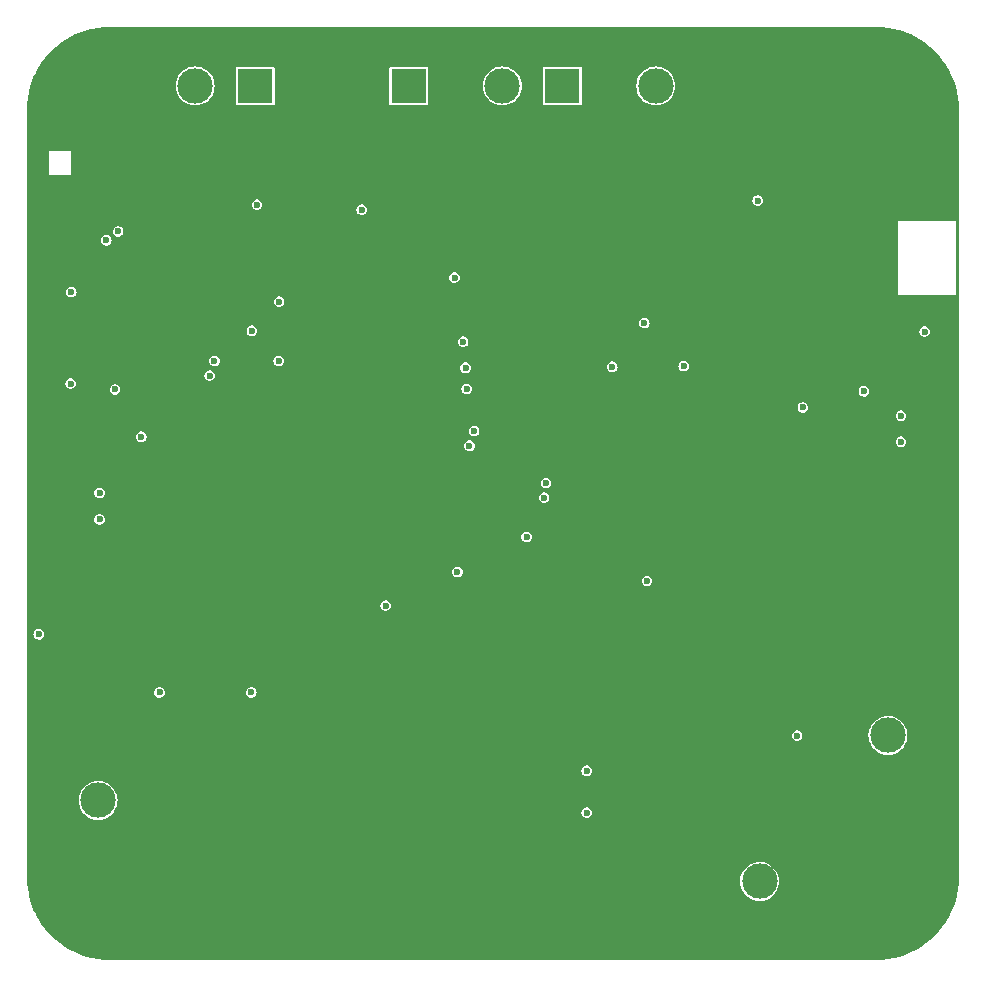
<source format=gbr>
%TF.GenerationSoftware,KiCad,Pcbnew,8.0.3*%
%TF.CreationDate,2025-02-14T19:05:39+05:30*%
%TF.ProjectId,Cyclohexane,4379636c-6f68-4657-9861-6e652e6b6963,rev?*%
%TF.SameCoordinates,Original*%
%TF.FileFunction,Copper,L2,Inr*%
%TF.FilePolarity,Positive*%
%FSLAX46Y46*%
G04 Gerber Fmt 4.6, Leading zero omitted, Abs format (unit mm)*
G04 Created by KiCad (PCBNEW 8.0.3) date 2025-02-14 19:05:39*
%MOMM*%
%LPD*%
G01*
G04 APERTURE LIST*
%TA.AperFunction,ComponentPad*%
%ADD10O,1.900000X1.050000*%
%TD*%
%TA.AperFunction,ComponentPad*%
%ADD11C,7.500000*%
%TD*%
%TA.AperFunction,ComponentPad*%
%ADD12R,3.000000X3.000000*%
%TD*%
%TA.AperFunction,ComponentPad*%
%ADD13C,3.000000*%
%TD*%
%TA.AperFunction,ViaPad*%
%ADD14C,0.600000*%
%TD*%
G04 APERTURE END LIST*
D10*
%TO.N,GND*%
%TO.C,J7*%
X182100000Y-74400000D03*
X182100000Y-67250000D03*
%TD*%
D11*
%TO.N,GND*%
%TO.C,H2*%
X177569592Y-42510408D03*
%TD*%
D12*
%TO.N,GND*%
%TO.C,J11*%
X110200000Y-97410000D03*
D13*
%TO.N,5Vout_Cam*%
X110200000Y-102490000D03*
%TD*%
D12*
%TO.N,GND*%
%TO.C,J8*%
X177075000Y-102065000D03*
D13*
%TO.N,Servo_PWM*%
X177075000Y-96985000D03*
%TD*%
D11*
%TO.N,GND*%
%TO.C,H4*%
X177539592Y-110464592D03*
%TD*%
D12*
%TO.N,GND*%
%TO.C,J6*%
X162500000Y-42000000D03*
D13*
%TO.N,3.7Vin*%
X157420000Y-42000000D03*
%TD*%
D10*
%TO.N,GND*%
%TO.C,J1*%
X105130000Y-74175000D03*
X105130000Y-81325000D03*
%TD*%
D11*
%TO.N,GND*%
%TO.C,H1*%
X109690408Y-42510408D03*
%TD*%
%TO.N,GND*%
%TO.C,H3*%
X109690408Y-110489592D03*
%TD*%
D12*
%TO.N,Net-(D3-K)*%
%TO.C,J4*%
X123500000Y-42000000D03*
D13*
%TO.N,Net-(J4-Pin_2)*%
X118420000Y-42000000D03*
%TD*%
D12*
%TO.N,Net-(J3-Pin_1)*%
%TO.C,J3*%
X136500000Y-42000000D03*
D13*
%TO.N,GND*%
X131420000Y-42000000D03*
%TD*%
D12*
%TO.N,GND*%
%TO.C,J9*%
X161135000Y-109350000D03*
D13*
%TO.N,7.4Vin_Cam*%
X166215000Y-109350000D03*
%TD*%
D12*
%TO.N,Net-(D4-K)*%
%TO.C,J5*%
X149500000Y-42000000D03*
D13*
%TO.N,Net-(J5-Pin_2)*%
X144420000Y-42000000D03*
%TD*%
D14*
%TO.N,3.3V_OUT*%
X140375000Y-58225000D03*
X156450000Y-62075000D03*
X140620000Y-83140000D03*
X107875000Y-67200000D03*
X166050000Y-51700000D03*
X123225000Y-62725000D03*
X113850000Y-71700000D03*
X134550000Y-86000000D03*
X115400000Y-93350000D03*
X105175000Y-88425000D03*
X123175000Y-93350000D03*
X146475000Y-80175000D03*
%TO.N,GND*%
X134900000Y-111525000D03*
X160400000Y-82425000D03*
X105930000Y-53080000D03*
X110950000Y-61950000D03*
X105930000Y-64760000D03*
X143650000Y-86150000D03*
X118900000Y-64760000D03*
X109925000Y-50325000D03*
X114700000Y-71225000D03*
X118900000Y-53080000D03*
X114275000Y-45875000D03*
X140775000Y-59775000D03*
X114800000Y-56000000D03*
X138400000Y-96475000D03*
X169400000Y-44200000D03*
X148775000Y-86625000D03*
X116925000Y-48550000D03*
X125250000Y-111500000D03*
X141575000Y-76550000D03*
X172550000Y-105775000D03*
X107550000Y-69600000D03*
X162025000Y-77525000D03*
X150550000Y-55650000D03*
%TO.N,5V_USB*%
X110325000Y-78700000D03*
X110325000Y-76450000D03*
%TO.N,TX_GPS*%
X169870000Y-69220000D03*
X141410000Y-67650000D03*
%TO.N,RX_GPS*%
X141310000Y-65860000D03*
X175040000Y-67850000D03*
%TO.N,GPS_STDB*%
X180180000Y-62800000D03*
X141100000Y-63650000D03*
%TO.N,DRG*%
X125520000Y-60260000D03*
X125490000Y-65270000D03*
%TO.N,RYLR_TX*%
X120050000Y-65275000D03*
X111895000Y-54315000D03*
%TO.N,RYLR_RX*%
X110895000Y-55065000D03*
X119650000Y-66525000D03*
%TO.N,Net-(U9-PH3)*%
X111630000Y-67695000D03*
X107920000Y-59465000D03*
%TO.N,5V_USB2*%
X178175000Y-72125000D03*
X178175000Y-69925000D03*
%TO.N,Servo_PWM*%
X169375000Y-97000000D03*
X156670000Y-83900000D03*
%TO.N,Pitot_1*%
X151575000Y-103525000D03*
X151575000Y-99975000D03*
%TO.N,RST*%
X132525000Y-52475000D03*
X123650000Y-52050000D03*
%TO.N,RST_1*%
X153725000Y-65775000D03*
X159775000Y-65725000D03*
%TO.N,S3_COMMS_SDA*%
X148120000Y-75630000D03*
X142040000Y-71220000D03*
%TO.N,S3_COMMS_SCL*%
X141640000Y-72460000D03*
X147960000Y-76850000D03*
%TD*%
%TA.AperFunction,Conductor*%
%TO.N,GND*%
G36*
X176082239Y-37000579D02*
G01*
X176574858Y-37018173D01*
X176583804Y-37018814D01*
X177071678Y-37071266D01*
X177080540Y-37072540D01*
X177563425Y-37159662D01*
X177572212Y-37161574D01*
X178047626Y-37282916D01*
X178056255Y-37285450D01*
X178521803Y-37440398D01*
X178530219Y-37443536D01*
X178983551Y-37631313D01*
X178991718Y-37635044D01*
X179430474Y-37854669D01*
X179438368Y-37858979D01*
X179860344Y-38109349D01*
X179867907Y-38114209D01*
X180270958Y-38394053D01*
X180278140Y-38399429D01*
X180660189Y-38707303D01*
X180666987Y-38713193D01*
X181026100Y-39047539D01*
X181032458Y-39053897D01*
X181366806Y-39413012D01*
X181372696Y-39419810D01*
X181680563Y-39801850D01*
X181685953Y-39809050D01*
X181965787Y-40212088D01*
X181970650Y-40219655D01*
X182221020Y-40641631D01*
X182225330Y-40649525D01*
X182444952Y-41088274D01*
X182448689Y-41096456D01*
X182636458Y-41549768D01*
X182639601Y-41558196D01*
X182794549Y-42023744D01*
X182797083Y-42032373D01*
X182918425Y-42507787D01*
X182920337Y-42516576D01*
X183007456Y-42999439D01*
X183008736Y-43008342D01*
X183061184Y-43496182D01*
X183061826Y-43505154D01*
X183079420Y-43997760D01*
X183079500Y-44002257D01*
X183079500Y-108997742D01*
X183079420Y-109002239D01*
X183061826Y-109494845D01*
X183061184Y-109503817D01*
X183008736Y-109991657D01*
X183007456Y-110000560D01*
X182920337Y-110483423D01*
X182918425Y-110492212D01*
X182797083Y-110967626D01*
X182794549Y-110976255D01*
X182639601Y-111441803D01*
X182636458Y-111450231D01*
X182448689Y-111903543D01*
X182444952Y-111911725D01*
X182225330Y-112350474D01*
X182221020Y-112358368D01*
X181970650Y-112780344D01*
X181965787Y-112787911D01*
X181685953Y-113190949D01*
X181680563Y-113198149D01*
X181372696Y-113580189D01*
X181366806Y-113586987D01*
X181032460Y-113946100D01*
X181026100Y-113952460D01*
X180666987Y-114286806D01*
X180660189Y-114292696D01*
X180278149Y-114600563D01*
X180270949Y-114605953D01*
X179867911Y-114885787D01*
X179860344Y-114890650D01*
X179438368Y-115141020D01*
X179430474Y-115145330D01*
X178991725Y-115364952D01*
X178983543Y-115368689D01*
X178530231Y-115556458D01*
X178521803Y-115559601D01*
X178056255Y-115714549D01*
X178047626Y-115717083D01*
X177572212Y-115838425D01*
X177563423Y-115840337D01*
X177080560Y-115927456D01*
X177071657Y-115928736D01*
X176583817Y-115981184D01*
X176574845Y-115981826D01*
X176082240Y-115999420D01*
X176077743Y-115999500D01*
X111182257Y-115999500D01*
X111177760Y-115999420D01*
X110685154Y-115981826D01*
X110676182Y-115981184D01*
X110188342Y-115928736D01*
X110179439Y-115927456D01*
X109696576Y-115840337D01*
X109687787Y-115838425D01*
X109212373Y-115717083D01*
X109203744Y-115714549D01*
X108738196Y-115559601D01*
X108729768Y-115556458D01*
X108276456Y-115368689D01*
X108268274Y-115364952D01*
X107829525Y-115145330D01*
X107821631Y-115141020D01*
X107399655Y-114890650D01*
X107392088Y-114885787D01*
X106989050Y-114605953D01*
X106981850Y-114600563D01*
X106599810Y-114292696D01*
X106593012Y-114286806D01*
X106233899Y-113952460D01*
X106227539Y-113946100D01*
X106125975Y-113837013D01*
X105893190Y-113586984D01*
X105887303Y-113580189D01*
X105734401Y-113390449D01*
X105579429Y-113198140D01*
X105574053Y-113190958D01*
X105294209Y-112787907D01*
X105289349Y-112780344D01*
X105086278Y-112438087D01*
X105038976Y-112358363D01*
X105034669Y-112350474D01*
X104815047Y-111911725D01*
X104811310Y-111903543D01*
X104623541Y-111450231D01*
X104620398Y-111441803D01*
X104465450Y-110976255D01*
X104462916Y-110967626D01*
X104341574Y-110492212D01*
X104339662Y-110483423D01*
X104310188Y-110320060D01*
X104252540Y-110000540D01*
X104251266Y-109991678D01*
X104198814Y-109503804D01*
X104198173Y-109494845D01*
X104193000Y-109350000D01*
X164564632Y-109350000D01*
X164584951Y-109608173D01*
X164645406Y-109859990D01*
X164645407Y-109859992D01*
X164744511Y-110099251D01*
X164879824Y-110320062D01*
X165048014Y-110516986D01*
X165244938Y-110685176D01*
X165465749Y-110820489D01*
X165705008Y-110919593D01*
X165956826Y-110980049D01*
X166215000Y-111000368D01*
X166473174Y-110980049D01*
X166724992Y-110919593D01*
X166964251Y-110820489D01*
X167185062Y-110685176D01*
X167381986Y-110516986D01*
X167550176Y-110320062D01*
X167685489Y-110099251D01*
X167784593Y-109859992D01*
X167845049Y-109608174D01*
X167865368Y-109350000D01*
X167845049Y-109091826D01*
X167784593Y-108840008D01*
X167685489Y-108600749D01*
X167550176Y-108379938D01*
X167381986Y-108183014D01*
X167185062Y-108014824D01*
X166964251Y-107879511D01*
X166724992Y-107780407D01*
X166724990Y-107780406D01*
X166552728Y-107739050D01*
X166473174Y-107719951D01*
X166215000Y-107699632D01*
X165956826Y-107719951D01*
X165705009Y-107780406D01*
X165465750Y-107879510D01*
X165244939Y-108014823D01*
X165048014Y-108183014D01*
X164879823Y-108379939D01*
X164744510Y-108600750D01*
X164645406Y-108840009D01*
X164584951Y-109091826D01*
X164564632Y-109350000D01*
X104193000Y-109350000D01*
X104180580Y-109002239D01*
X104180500Y-108997742D01*
X104180500Y-102490000D01*
X108549632Y-102490000D01*
X108569951Y-102748173D01*
X108630406Y-102999990D01*
X108707047Y-103185017D01*
X108729511Y-103239251D01*
X108864824Y-103460062D01*
X109033014Y-103656986D01*
X109229938Y-103825176D01*
X109450749Y-103960489D01*
X109690008Y-104059593D01*
X109941826Y-104120049D01*
X110200000Y-104140368D01*
X110458174Y-104120049D01*
X110709992Y-104059593D01*
X110949251Y-103960489D01*
X111170062Y-103825176D01*
X111366986Y-103656986D01*
X111479713Y-103525000D01*
X151125141Y-103525000D01*
X151143363Y-103651742D01*
X151196553Y-103768209D01*
X151196555Y-103768212D01*
X151280406Y-103864982D01*
X151334263Y-103899593D01*
X151388122Y-103934206D01*
X151477633Y-103960489D01*
X151510974Y-103970279D01*
X151510975Y-103970279D01*
X151510978Y-103970280D01*
X151510981Y-103970280D01*
X151639019Y-103970280D01*
X151639022Y-103970280D01*
X151761878Y-103934206D01*
X151869595Y-103864981D01*
X151953445Y-103768212D01*
X152006637Y-103651740D01*
X152024859Y-103525000D01*
X152006637Y-103398260D01*
X151953445Y-103281788D01*
X151869595Y-103185019D01*
X151869594Y-103185018D01*
X151869593Y-103185017D01*
X151761878Y-103115794D01*
X151639025Y-103079720D01*
X151639022Y-103079720D01*
X151510978Y-103079720D01*
X151510974Y-103079720D01*
X151388121Y-103115794D01*
X151280406Y-103185017D01*
X151196555Y-103281787D01*
X151196553Y-103281790D01*
X151143363Y-103398257D01*
X151125141Y-103525000D01*
X111479713Y-103525000D01*
X111535176Y-103460062D01*
X111670489Y-103239251D01*
X111769593Y-102999992D01*
X111830049Y-102748174D01*
X111850368Y-102490000D01*
X111830049Y-102231826D01*
X111769593Y-101980008D01*
X111670489Y-101740749D01*
X111535176Y-101519938D01*
X111366986Y-101323014D01*
X111170062Y-101154824D01*
X110949251Y-101019511D01*
X110709992Y-100920407D01*
X110709990Y-100920406D01*
X110537728Y-100879050D01*
X110458174Y-100859951D01*
X110200000Y-100839632D01*
X109941826Y-100859951D01*
X109690009Y-100920406D01*
X109450750Y-101019510D01*
X109229939Y-101154823D01*
X109033014Y-101323014D01*
X108864823Y-101519939D01*
X108729510Y-101740750D01*
X108630406Y-101980009D01*
X108569951Y-102231826D01*
X108549632Y-102490000D01*
X104180500Y-102490000D01*
X104180500Y-99975000D01*
X151125141Y-99975000D01*
X151143363Y-100101742D01*
X151196553Y-100218209D01*
X151196555Y-100218212D01*
X151280406Y-100314982D01*
X151334263Y-100349593D01*
X151388122Y-100384206D01*
X151486635Y-100413132D01*
X151510974Y-100420279D01*
X151510975Y-100420279D01*
X151510978Y-100420280D01*
X151510981Y-100420280D01*
X151639019Y-100420280D01*
X151639022Y-100420280D01*
X151761878Y-100384206D01*
X151869595Y-100314981D01*
X151953445Y-100218212D01*
X152006637Y-100101740D01*
X152024859Y-99975000D01*
X152006637Y-99848260D01*
X151953445Y-99731788D01*
X151869595Y-99635019D01*
X151869594Y-99635018D01*
X151869593Y-99635017D01*
X151761878Y-99565794D01*
X151639025Y-99529720D01*
X151639022Y-99529720D01*
X151510978Y-99529720D01*
X151510974Y-99529720D01*
X151388121Y-99565794D01*
X151280406Y-99635017D01*
X151196555Y-99731787D01*
X151196553Y-99731790D01*
X151143363Y-99848257D01*
X151125141Y-99975000D01*
X104180500Y-99975000D01*
X104180500Y-97000000D01*
X168925141Y-97000000D01*
X168943363Y-97126742D01*
X168996553Y-97243209D01*
X168996555Y-97243212D01*
X169080406Y-97339982D01*
X169134263Y-97374593D01*
X169188122Y-97409206D01*
X169286635Y-97438132D01*
X169310974Y-97445279D01*
X169310975Y-97445279D01*
X169310978Y-97445280D01*
X169310981Y-97445280D01*
X169439019Y-97445280D01*
X169439022Y-97445280D01*
X169561878Y-97409206D01*
X169669595Y-97339981D01*
X169753445Y-97243212D01*
X169806637Y-97126740D01*
X169824859Y-97000000D01*
X169822702Y-96985000D01*
X175424632Y-96985000D01*
X175444951Y-97243174D01*
X175444960Y-97243212D01*
X175505406Y-97494990D01*
X175505407Y-97494992D01*
X175604511Y-97734251D01*
X175739824Y-97955062D01*
X175908014Y-98151986D01*
X176104938Y-98320176D01*
X176325749Y-98455489D01*
X176565008Y-98554593D01*
X176816826Y-98615049D01*
X177075000Y-98635368D01*
X177333174Y-98615049D01*
X177584992Y-98554593D01*
X177824251Y-98455489D01*
X178045062Y-98320176D01*
X178241986Y-98151986D01*
X178410176Y-97955062D01*
X178545489Y-97734251D01*
X178644593Y-97494992D01*
X178705049Y-97243174D01*
X178725368Y-96985000D01*
X178705049Y-96726826D01*
X178644593Y-96475008D01*
X178545489Y-96235749D01*
X178410176Y-96014938D01*
X178241986Y-95818014D01*
X178045062Y-95649824D01*
X177824251Y-95514511D01*
X177584992Y-95415407D01*
X177584990Y-95415406D01*
X177412728Y-95374050D01*
X177333174Y-95354951D01*
X177075000Y-95334632D01*
X176816826Y-95354951D01*
X176565009Y-95415406D01*
X176325750Y-95514510D01*
X176104939Y-95649823D01*
X175908014Y-95818014D01*
X175739823Y-96014939D01*
X175604510Y-96235750D01*
X175505406Y-96475009D01*
X175477609Y-96590794D01*
X175444951Y-96726826D01*
X175424632Y-96985000D01*
X169822702Y-96985000D01*
X169806637Y-96873260D01*
X169753445Y-96756788D01*
X169669595Y-96660019D01*
X169669594Y-96660018D01*
X169669593Y-96660017D01*
X169561878Y-96590794D01*
X169439025Y-96554720D01*
X169439022Y-96554720D01*
X169310978Y-96554720D01*
X169310974Y-96554720D01*
X169188121Y-96590794D01*
X169080406Y-96660017D01*
X168996555Y-96756787D01*
X168996553Y-96756790D01*
X168943363Y-96873257D01*
X168925141Y-97000000D01*
X104180500Y-97000000D01*
X104180500Y-93350000D01*
X114950141Y-93350000D01*
X114968363Y-93476742D01*
X115021553Y-93593209D01*
X115021555Y-93593212D01*
X115105406Y-93689982D01*
X115159263Y-93724593D01*
X115213122Y-93759206D01*
X115311635Y-93788132D01*
X115335974Y-93795279D01*
X115335975Y-93795279D01*
X115335978Y-93795280D01*
X115335981Y-93795280D01*
X115464019Y-93795280D01*
X115464022Y-93795280D01*
X115586878Y-93759206D01*
X115694595Y-93689981D01*
X115778445Y-93593212D01*
X115831637Y-93476740D01*
X115849859Y-93350000D01*
X122725141Y-93350000D01*
X122743363Y-93476742D01*
X122796553Y-93593209D01*
X122796555Y-93593212D01*
X122880406Y-93689982D01*
X122934263Y-93724593D01*
X122988122Y-93759206D01*
X123086635Y-93788132D01*
X123110974Y-93795279D01*
X123110975Y-93795279D01*
X123110978Y-93795280D01*
X123110981Y-93795280D01*
X123239019Y-93795280D01*
X123239022Y-93795280D01*
X123361878Y-93759206D01*
X123469595Y-93689981D01*
X123553445Y-93593212D01*
X123606637Y-93476740D01*
X123624859Y-93350000D01*
X123606637Y-93223260D01*
X123553445Y-93106788D01*
X123469595Y-93010019D01*
X123469594Y-93010018D01*
X123469593Y-93010017D01*
X123361878Y-92940794D01*
X123239025Y-92904720D01*
X123239022Y-92904720D01*
X123110978Y-92904720D01*
X123110974Y-92904720D01*
X122988121Y-92940794D01*
X122880406Y-93010017D01*
X122796555Y-93106787D01*
X122796553Y-93106790D01*
X122743363Y-93223257D01*
X122725141Y-93350000D01*
X115849859Y-93350000D01*
X115831637Y-93223260D01*
X115778445Y-93106788D01*
X115694595Y-93010019D01*
X115694594Y-93010018D01*
X115694593Y-93010017D01*
X115586878Y-92940794D01*
X115464025Y-92904720D01*
X115464022Y-92904720D01*
X115335978Y-92904720D01*
X115335974Y-92904720D01*
X115213121Y-92940794D01*
X115105406Y-93010017D01*
X115021555Y-93106787D01*
X115021553Y-93106790D01*
X114968363Y-93223257D01*
X114950141Y-93350000D01*
X104180500Y-93350000D01*
X104180500Y-88425000D01*
X104725141Y-88425000D01*
X104743363Y-88551742D01*
X104796553Y-88668209D01*
X104796555Y-88668212D01*
X104880406Y-88764982D01*
X104934263Y-88799593D01*
X104988122Y-88834206D01*
X105086635Y-88863132D01*
X105110974Y-88870279D01*
X105110975Y-88870279D01*
X105110978Y-88870280D01*
X105110981Y-88870280D01*
X105239019Y-88870280D01*
X105239022Y-88870280D01*
X105361878Y-88834206D01*
X105469595Y-88764981D01*
X105553445Y-88668212D01*
X105606637Y-88551740D01*
X105624859Y-88425000D01*
X105606637Y-88298260D01*
X105553445Y-88181788D01*
X105469595Y-88085019D01*
X105469594Y-88085018D01*
X105469593Y-88085017D01*
X105361878Y-88015794D01*
X105239025Y-87979720D01*
X105239022Y-87979720D01*
X105110978Y-87979720D01*
X105110974Y-87979720D01*
X104988121Y-88015794D01*
X104880406Y-88085017D01*
X104796555Y-88181787D01*
X104796553Y-88181790D01*
X104743363Y-88298257D01*
X104725141Y-88425000D01*
X104180500Y-88425000D01*
X104180500Y-86000000D01*
X134100141Y-86000000D01*
X134118363Y-86126742D01*
X134171553Y-86243209D01*
X134171555Y-86243212D01*
X134255406Y-86339982D01*
X134309263Y-86374593D01*
X134363122Y-86409206D01*
X134461635Y-86438132D01*
X134485974Y-86445279D01*
X134485975Y-86445279D01*
X134485978Y-86445280D01*
X134485981Y-86445280D01*
X134614019Y-86445280D01*
X134614022Y-86445280D01*
X134736878Y-86409206D01*
X134844595Y-86339981D01*
X134928445Y-86243212D01*
X134981637Y-86126740D01*
X134999859Y-86000000D01*
X134981637Y-85873260D01*
X134928445Y-85756788D01*
X134844595Y-85660019D01*
X134844594Y-85660018D01*
X134844593Y-85660017D01*
X134736878Y-85590794D01*
X134614025Y-85554720D01*
X134614022Y-85554720D01*
X134485978Y-85554720D01*
X134485974Y-85554720D01*
X134363121Y-85590794D01*
X134255406Y-85660017D01*
X134171555Y-85756787D01*
X134171553Y-85756790D01*
X134118363Y-85873257D01*
X134100141Y-86000000D01*
X104180500Y-86000000D01*
X104180500Y-83900000D01*
X156220141Y-83900000D01*
X156238363Y-84026742D01*
X156291553Y-84143209D01*
X156291555Y-84143212D01*
X156375406Y-84239982D01*
X156429263Y-84274593D01*
X156483122Y-84309206D01*
X156581635Y-84338132D01*
X156605974Y-84345279D01*
X156605975Y-84345279D01*
X156605978Y-84345280D01*
X156605981Y-84345280D01*
X156734019Y-84345280D01*
X156734022Y-84345280D01*
X156856878Y-84309206D01*
X156964595Y-84239981D01*
X157048445Y-84143212D01*
X157101637Y-84026740D01*
X157119859Y-83900000D01*
X157101637Y-83773260D01*
X157048445Y-83656788D01*
X156964595Y-83560019D01*
X156964594Y-83560018D01*
X156964593Y-83560017D01*
X156856878Y-83490794D01*
X156734025Y-83454720D01*
X156734022Y-83454720D01*
X156605978Y-83454720D01*
X156605974Y-83454720D01*
X156483121Y-83490794D01*
X156375406Y-83560017D01*
X156291555Y-83656787D01*
X156291553Y-83656790D01*
X156238363Y-83773257D01*
X156220141Y-83900000D01*
X104180500Y-83900000D01*
X104180500Y-83140000D01*
X140170141Y-83140000D01*
X140188363Y-83266742D01*
X140241553Y-83383209D01*
X140241555Y-83383212D01*
X140303516Y-83454720D01*
X140325406Y-83479982D01*
X140342230Y-83490794D01*
X140433122Y-83549206D01*
X140531635Y-83578132D01*
X140555974Y-83585279D01*
X140555975Y-83585279D01*
X140555978Y-83585280D01*
X140555981Y-83585280D01*
X140684019Y-83585280D01*
X140684022Y-83585280D01*
X140806878Y-83549206D01*
X140914595Y-83479981D01*
X140998445Y-83383212D01*
X141051637Y-83266740D01*
X141069859Y-83140000D01*
X141051637Y-83013260D01*
X140998445Y-82896788D01*
X140914595Y-82800019D01*
X140914594Y-82800018D01*
X140914593Y-82800017D01*
X140806878Y-82730794D01*
X140684025Y-82694720D01*
X140684022Y-82694720D01*
X140555978Y-82694720D01*
X140555974Y-82694720D01*
X140433121Y-82730794D01*
X140325406Y-82800017D01*
X140241555Y-82896787D01*
X140241553Y-82896790D01*
X140188363Y-83013257D01*
X140170141Y-83140000D01*
X104180500Y-83140000D01*
X104180500Y-80175000D01*
X146025141Y-80175000D01*
X146043363Y-80301742D01*
X146096553Y-80418209D01*
X146096555Y-80418212D01*
X146180406Y-80514982D01*
X146234263Y-80549593D01*
X146288122Y-80584206D01*
X146386635Y-80613132D01*
X146410974Y-80620279D01*
X146410975Y-80620279D01*
X146410978Y-80620280D01*
X146410981Y-80620280D01*
X146539019Y-80620280D01*
X146539022Y-80620280D01*
X146661878Y-80584206D01*
X146769595Y-80514981D01*
X146853445Y-80418212D01*
X146906637Y-80301740D01*
X146924859Y-80175000D01*
X146906637Y-80048260D01*
X146853445Y-79931788D01*
X146769595Y-79835019D01*
X146769594Y-79835018D01*
X146769593Y-79835017D01*
X146661878Y-79765794D01*
X146539025Y-79729720D01*
X146539022Y-79729720D01*
X146410978Y-79729720D01*
X146410974Y-79729720D01*
X146288121Y-79765794D01*
X146180406Y-79835017D01*
X146096555Y-79931787D01*
X146096553Y-79931790D01*
X146043363Y-80048257D01*
X146025141Y-80175000D01*
X104180500Y-80175000D01*
X104180500Y-78700000D01*
X109875141Y-78700000D01*
X109893363Y-78826742D01*
X109946553Y-78943209D01*
X109946555Y-78943212D01*
X110030406Y-79039982D01*
X110084263Y-79074593D01*
X110138122Y-79109206D01*
X110236635Y-79138132D01*
X110260974Y-79145279D01*
X110260975Y-79145279D01*
X110260978Y-79145280D01*
X110260981Y-79145280D01*
X110389019Y-79145280D01*
X110389022Y-79145280D01*
X110511878Y-79109206D01*
X110619595Y-79039981D01*
X110703445Y-78943212D01*
X110756637Y-78826740D01*
X110774859Y-78700000D01*
X110756637Y-78573260D01*
X110703445Y-78456788D01*
X110619595Y-78360019D01*
X110619594Y-78360018D01*
X110619593Y-78360017D01*
X110511878Y-78290794D01*
X110389025Y-78254720D01*
X110389022Y-78254720D01*
X110260978Y-78254720D01*
X110260974Y-78254720D01*
X110138121Y-78290794D01*
X110030406Y-78360017D01*
X109946555Y-78456787D01*
X109946553Y-78456790D01*
X109893363Y-78573257D01*
X109875141Y-78700000D01*
X104180500Y-78700000D01*
X104180500Y-76450000D01*
X109875141Y-76450000D01*
X109893363Y-76576742D01*
X109946553Y-76693209D01*
X109946555Y-76693212D01*
X109972591Y-76723260D01*
X110030406Y-76789982D01*
X110084263Y-76824593D01*
X110138122Y-76859206D01*
X110236635Y-76888132D01*
X110260974Y-76895279D01*
X110260975Y-76895279D01*
X110260978Y-76895280D01*
X110260981Y-76895280D01*
X110389019Y-76895280D01*
X110389022Y-76895280D01*
X110511878Y-76859206D01*
X110526203Y-76850000D01*
X147510141Y-76850000D01*
X147528363Y-76976742D01*
X147581553Y-77093209D01*
X147581555Y-77093212D01*
X147665406Y-77189982D01*
X147719263Y-77224593D01*
X147773122Y-77259206D01*
X147871635Y-77288132D01*
X147895974Y-77295279D01*
X147895975Y-77295279D01*
X147895978Y-77295280D01*
X147895981Y-77295280D01*
X148024019Y-77295280D01*
X148024022Y-77295280D01*
X148146878Y-77259206D01*
X148254595Y-77189981D01*
X148338445Y-77093212D01*
X148391637Y-76976740D01*
X148409859Y-76850000D01*
X148391637Y-76723260D01*
X148377914Y-76693212D01*
X148338446Y-76606790D01*
X148338444Y-76606787D01*
X148312410Y-76576742D01*
X148254595Y-76510019D01*
X148254594Y-76510018D01*
X148254593Y-76510017D01*
X148146878Y-76440794D01*
X148024025Y-76404720D01*
X148024022Y-76404720D01*
X147895978Y-76404720D01*
X147895974Y-76404720D01*
X147773121Y-76440794D01*
X147665406Y-76510017D01*
X147581555Y-76606787D01*
X147581553Y-76606790D01*
X147528363Y-76723257D01*
X147510141Y-76850000D01*
X110526203Y-76850000D01*
X110619595Y-76789981D01*
X110703445Y-76693212D01*
X110756637Y-76576740D01*
X110774859Y-76450000D01*
X110756637Y-76323260D01*
X110703445Y-76206788D01*
X110619595Y-76110019D01*
X110619594Y-76110018D01*
X110619593Y-76110017D01*
X110511878Y-76040794D01*
X110389025Y-76004720D01*
X110389022Y-76004720D01*
X110260978Y-76004720D01*
X110260974Y-76004720D01*
X110138121Y-76040794D01*
X110030406Y-76110017D01*
X109946555Y-76206787D01*
X109946553Y-76206790D01*
X109893363Y-76323257D01*
X109875141Y-76450000D01*
X104180500Y-76450000D01*
X104180500Y-75630000D01*
X147670141Y-75630000D01*
X147688363Y-75756742D01*
X147741553Y-75873209D01*
X147741555Y-75873212D01*
X147825406Y-75969982D01*
X147879263Y-76004593D01*
X147933122Y-76039206D01*
X148031635Y-76068132D01*
X148055974Y-76075279D01*
X148055975Y-76075279D01*
X148055978Y-76075280D01*
X148055981Y-76075280D01*
X148184019Y-76075280D01*
X148184022Y-76075280D01*
X148306878Y-76039206D01*
X148414595Y-75969981D01*
X148498445Y-75873212D01*
X148551637Y-75756740D01*
X148569859Y-75630000D01*
X148551637Y-75503260D01*
X148498445Y-75386788D01*
X148414595Y-75290019D01*
X148414594Y-75290018D01*
X148414593Y-75290017D01*
X148306878Y-75220794D01*
X148184025Y-75184720D01*
X148184022Y-75184720D01*
X148055978Y-75184720D01*
X148055974Y-75184720D01*
X147933121Y-75220794D01*
X147825406Y-75290017D01*
X147741555Y-75386787D01*
X147741553Y-75386790D01*
X147688363Y-75503257D01*
X147670141Y-75630000D01*
X104180500Y-75630000D01*
X104180500Y-72460000D01*
X141190141Y-72460000D01*
X141208363Y-72586742D01*
X141261553Y-72703209D01*
X141261555Y-72703212D01*
X141345406Y-72799982D01*
X141399263Y-72834593D01*
X141453122Y-72869206D01*
X141551635Y-72898132D01*
X141575974Y-72905279D01*
X141575975Y-72905279D01*
X141575978Y-72905280D01*
X141575981Y-72905280D01*
X141704019Y-72905280D01*
X141704022Y-72905280D01*
X141826878Y-72869206D01*
X141934595Y-72799981D01*
X142018445Y-72703212D01*
X142071637Y-72586740D01*
X142089859Y-72460000D01*
X142071637Y-72333260D01*
X142034407Y-72251740D01*
X142018446Y-72216790D01*
X142018444Y-72216787D01*
X141938911Y-72125000D01*
X177725141Y-72125000D01*
X177743363Y-72251742D01*
X177796553Y-72368209D01*
X177796555Y-72368212D01*
X177880406Y-72464982D01*
X177934263Y-72499593D01*
X177988122Y-72534206D01*
X178086635Y-72563132D01*
X178110974Y-72570279D01*
X178110975Y-72570279D01*
X178110978Y-72570280D01*
X178110981Y-72570280D01*
X178239019Y-72570280D01*
X178239022Y-72570280D01*
X178361878Y-72534206D01*
X178469595Y-72464981D01*
X178553445Y-72368212D01*
X178606637Y-72251740D01*
X178624859Y-72125000D01*
X178606637Y-71998260D01*
X178553445Y-71881788D01*
X178469595Y-71785019D01*
X178469594Y-71785018D01*
X178469593Y-71785017D01*
X178361878Y-71715794D01*
X178239025Y-71679720D01*
X178239022Y-71679720D01*
X178110978Y-71679720D01*
X178110974Y-71679720D01*
X177988121Y-71715794D01*
X177880406Y-71785017D01*
X177796555Y-71881787D01*
X177796553Y-71881790D01*
X177743363Y-71998257D01*
X177725141Y-72125000D01*
X141938911Y-72125000D01*
X141934595Y-72120019D01*
X141934594Y-72120018D01*
X141934593Y-72120017D01*
X141826878Y-72050794D01*
X141704025Y-72014720D01*
X141704022Y-72014720D01*
X141575978Y-72014720D01*
X141575974Y-72014720D01*
X141453121Y-72050794D01*
X141345406Y-72120017D01*
X141261555Y-72216787D01*
X141261553Y-72216790D01*
X141208363Y-72333257D01*
X141190141Y-72460000D01*
X104180500Y-72460000D01*
X104180500Y-71700000D01*
X113400141Y-71700000D01*
X113418363Y-71826742D01*
X113471553Y-71943209D01*
X113471555Y-71943212D01*
X113533516Y-72014720D01*
X113555406Y-72039982D01*
X113572230Y-72050794D01*
X113663122Y-72109206D01*
X113761635Y-72138132D01*
X113785974Y-72145279D01*
X113785975Y-72145279D01*
X113785978Y-72145280D01*
X113785981Y-72145280D01*
X113914019Y-72145280D01*
X113914022Y-72145280D01*
X114036878Y-72109206D01*
X114144595Y-72039981D01*
X114228445Y-71943212D01*
X114281637Y-71826740D01*
X114299859Y-71700000D01*
X114281637Y-71573260D01*
X114231377Y-71463209D01*
X114228446Y-71456790D01*
X114228444Y-71456787D01*
X114144593Y-71360017D01*
X114036878Y-71290794D01*
X113914025Y-71254720D01*
X113914022Y-71254720D01*
X113785978Y-71254720D01*
X113785974Y-71254720D01*
X113663121Y-71290794D01*
X113555406Y-71360017D01*
X113471555Y-71456787D01*
X113471553Y-71456790D01*
X113418363Y-71573257D01*
X113400141Y-71700000D01*
X104180500Y-71700000D01*
X104180500Y-71220000D01*
X141590141Y-71220000D01*
X141608363Y-71346742D01*
X141661553Y-71463209D01*
X141661555Y-71463212D01*
X141745406Y-71559982D01*
X141799263Y-71594593D01*
X141853122Y-71629206D01*
X141951635Y-71658132D01*
X141975974Y-71665279D01*
X141975975Y-71665279D01*
X141975978Y-71665280D01*
X141975981Y-71665280D01*
X142104019Y-71665280D01*
X142104022Y-71665280D01*
X142226878Y-71629206D01*
X142334595Y-71559981D01*
X142418445Y-71463212D01*
X142471637Y-71346740D01*
X142489859Y-71220000D01*
X142471637Y-71093260D01*
X142418445Y-70976788D01*
X142334595Y-70880019D01*
X142334594Y-70880018D01*
X142334593Y-70880017D01*
X142226878Y-70810794D01*
X142104025Y-70774720D01*
X142104022Y-70774720D01*
X141975978Y-70774720D01*
X141975974Y-70774720D01*
X141853121Y-70810794D01*
X141745406Y-70880017D01*
X141661555Y-70976787D01*
X141661553Y-70976790D01*
X141608363Y-71093257D01*
X141590141Y-71220000D01*
X104180500Y-71220000D01*
X104180500Y-69925000D01*
X177725141Y-69925000D01*
X177743363Y-70051742D01*
X177796553Y-70168209D01*
X177796555Y-70168212D01*
X177880406Y-70264982D01*
X177934263Y-70299593D01*
X177988122Y-70334206D01*
X178086635Y-70363132D01*
X178110974Y-70370279D01*
X178110975Y-70370279D01*
X178110978Y-70370280D01*
X178110981Y-70370280D01*
X178239019Y-70370280D01*
X178239022Y-70370280D01*
X178361878Y-70334206D01*
X178469595Y-70264981D01*
X178553445Y-70168212D01*
X178606637Y-70051740D01*
X178624859Y-69925000D01*
X178606637Y-69798260D01*
X178553445Y-69681788D01*
X178469595Y-69585019D01*
X178469594Y-69585018D01*
X178469593Y-69585017D01*
X178361878Y-69515794D01*
X178239025Y-69479720D01*
X178239022Y-69479720D01*
X178110978Y-69479720D01*
X178110974Y-69479720D01*
X177988121Y-69515794D01*
X177880406Y-69585017D01*
X177796555Y-69681787D01*
X177796553Y-69681790D01*
X177743363Y-69798257D01*
X177725141Y-69925000D01*
X104180500Y-69925000D01*
X104180500Y-69220000D01*
X169420141Y-69220000D01*
X169438363Y-69346742D01*
X169491553Y-69463209D01*
X169491555Y-69463212D01*
X169575406Y-69559982D01*
X169614362Y-69585017D01*
X169683122Y-69629206D01*
X169781635Y-69658132D01*
X169805974Y-69665279D01*
X169805975Y-69665279D01*
X169805978Y-69665280D01*
X169805981Y-69665280D01*
X169934019Y-69665280D01*
X169934022Y-69665280D01*
X170056878Y-69629206D01*
X170164595Y-69559981D01*
X170248445Y-69463212D01*
X170301637Y-69346740D01*
X170319859Y-69220000D01*
X170301637Y-69093260D01*
X170248445Y-68976788D01*
X170164595Y-68880019D01*
X170164594Y-68880018D01*
X170164593Y-68880017D01*
X170056878Y-68810794D01*
X169934025Y-68774720D01*
X169934022Y-68774720D01*
X169805978Y-68774720D01*
X169805974Y-68774720D01*
X169683121Y-68810794D01*
X169575406Y-68880017D01*
X169491555Y-68976787D01*
X169491553Y-68976790D01*
X169438363Y-69093257D01*
X169420141Y-69220000D01*
X104180500Y-69220000D01*
X104180500Y-67695000D01*
X111180141Y-67695000D01*
X111198363Y-67821742D01*
X111251553Y-67938209D01*
X111251555Y-67938212D01*
X111335406Y-68034982D01*
X111373100Y-68059206D01*
X111443122Y-68104206D01*
X111541635Y-68133132D01*
X111565974Y-68140279D01*
X111565975Y-68140279D01*
X111565978Y-68140280D01*
X111565981Y-68140280D01*
X111694019Y-68140280D01*
X111694022Y-68140280D01*
X111816878Y-68104206D01*
X111924595Y-68034981D01*
X112008445Y-67938212D01*
X112061637Y-67821740D01*
X112079859Y-67695000D01*
X112073389Y-67650000D01*
X140960141Y-67650000D01*
X140978363Y-67776742D01*
X141031553Y-67893209D01*
X141031555Y-67893212D01*
X141103933Y-67976742D01*
X141115406Y-67989982D01*
X141169263Y-68024593D01*
X141223122Y-68059206D01*
X141321635Y-68088132D01*
X141345974Y-68095279D01*
X141345975Y-68095279D01*
X141345978Y-68095280D01*
X141345981Y-68095280D01*
X141474019Y-68095280D01*
X141474022Y-68095280D01*
X141596878Y-68059206D01*
X141704595Y-67989981D01*
X141788445Y-67893212D01*
X141808180Y-67850000D01*
X174590141Y-67850000D01*
X174608363Y-67976742D01*
X174661553Y-68093209D01*
X174661555Y-68093212D01*
X174745406Y-68189982D01*
X174799263Y-68224593D01*
X174853122Y-68259206D01*
X174951635Y-68288132D01*
X174975974Y-68295279D01*
X174975975Y-68295279D01*
X174975978Y-68295280D01*
X174975981Y-68295280D01*
X175104019Y-68295280D01*
X175104022Y-68295280D01*
X175226878Y-68259206D01*
X175334595Y-68189981D01*
X175418445Y-68093212D01*
X175471637Y-67976740D01*
X175489859Y-67850000D01*
X175471637Y-67723260D01*
X175418445Y-67606788D01*
X175334595Y-67510019D01*
X175334594Y-67510018D01*
X175334593Y-67510017D01*
X175226878Y-67440794D01*
X175104025Y-67404720D01*
X175104022Y-67404720D01*
X174975978Y-67404720D01*
X174975974Y-67404720D01*
X174853121Y-67440794D01*
X174745406Y-67510017D01*
X174661555Y-67606787D01*
X174661553Y-67606790D01*
X174608363Y-67723257D01*
X174590141Y-67850000D01*
X141808180Y-67850000D01*
X141841637Y-67776740D01*
X141859859Y-67650000D01*
X141841637Y-67523260D01*
X141788445Y-67406788D01*
X141704595Y-67310019D01*
X141704594Y-67310018D01*
X141704593Y-67310017D01*
X141596878Y-67240794D01*
X141474025Y-67204720D01*
X141474022Y-67204720D01*
X141345978Y-67204720D01*
X141345974Y-67204720D01*
X141223121Y-67240794D01*
X141115406Y-67310017D01*
X141031555Y-67406787D01*
X141031553Y-67406790D01*
X140978363Y-67523257D01*
X140960141Y-67650000D01*
X112073389Y-67650000D01*
X112061637Y-67568260D01*
X112041084Y-67523257D01*
X112008446Y-67451790D01*
X112008444Y-67451787D01*
X111969454Y-67406790D01*
X111924595Y-67355019D01*
X111924594Y-67355018D01*
X111924593Y-67355017D01*
X111816878Y-67285794D01*
X111694025Y-67249720D01*
X111694022Y-67249720D01*
X111565978Y-67249720D01*
X111565974Y-67249720D01*
X111443121Y-67285794D01*
X111335406Y-67355017D01*
X111251555Y-67451787D01*
X111251553Y-67451790D01*
X111198363Y-67568257D01*
X111180141Y-67695000D01*
X104180500Y-67695000D01*
X104180500Y-67200000D01*
X107425141Y-67200000D01*
X107443363Y-67326742D01*
X107496553Y-67443209D01*
X107496555Y-67443212D01*
X107580406Y-67539982D01*
X107624404Y-67568257D01*
X107688122Y-67609206D01*
X107786635Y-67638132D01*
X107810974Y-67645279D01*
X107810975Y-67645279D01*
X107810978Y-67645280D01*
X107810981Y-67645280D01*
X107939019Y-67645280D01*
X107939022Y-67645280D01*
X108061878Y-67609206D01*
X108169595Y-67539981D01*
X108253445Y-67443212D01*
X108306637Y-67326740D01*
X108324859Y-67200000D01*
X108306637Y-67073260D01*
X108253445Y-66956788D01*
X108169595Y-66860019D01*
X108169594Y-66860018D01*
X108169593Y-66860017D01*
X108061878Y-66790794D01*
X107939025Y-66754720D01*
X107939022Y-66754720D01*
X107810978Y-66754720D01*
X107810974Y-66754720D01*
X107688121Y-66790794D01*
X107580406Y-66860017D01*
X107496555Y-66956787D01*
X107496553Y-66956790D01*
X107443363Y-67073257D01*
X107425141Y-67200000D01*
X104180500Y-67200000D01*
X104180500Y-66525000D01*
X119200141Y-66525000D01*
X119218363Y-66651742D01*
X119271553Y-66768209D01*
X119271555Y-66768212D01*
X119351105Y-66860019D01*
X119355406Y-66864982D01*
X119409263Y-66899593D01*
X119463122Y-66934206D01*
X119540029Y-66956788D01*
X119585974Y-66970279D01*
X119585975Y-66970279D01*
X119585978Y-66970280D01*
X119585981Y-66970280D01*
X119714019Y-66970280D01*
X119714022Y-66970280D01*
X119836878Y-66934206D01*
X119944595Y-66864981D01*
X120028445Y-66768212D01*
X120081637Y-66651740D01*
X120099859Y-66525000D01*
X120081637Y-66398260D01*
X120028445Y-66281788D01*
X119944595Y-66185019D01*
X119944594Y-66185018D01*
X119944593Y-66185017D01*
X119836878Y-66115794D01*
X119714025Y-66079720D01*
X119714022Y-66079720D01*
X119585978Y-66079720D01*
X119585974Y-66079720D01*
X119463121Y-66115794D01*
X119355406Y-66185017D01*
X119271555Y-66281787D01*
X119271553Y-66281790D01*
X119218363Y-66398257D01*
X119200141Y-66525000D01*
X104180500Y-66525000D01*
X104180500Y-65860000D01*
X140860141Y-65860000D01*
X140878363Y-65986742D01*
X140931553Y-66103209D01*
X140931555Y-66103212D01*
X141002440Y-66185019D01*
X141015406Y-66199982D01*
X141046991Y-66220280D01*
X141123122Y-66269206D01*
X141221635Y-66298132D01*
X141245974Y-66305279D01*
X141245975Y-66305279D01*
X141245978Y-66305280D01*
X141245981Y-66305280D01*
X141374019Y-66305280D01*
X141374022Y-66305280D01*
X141496878Y-66269206D01*
X141604595Y-66199981D01*
X141688445Y-66103212D01*
X141741637Y-65986740D01*
X141759859Y-65860000D01*
X141747638Y-65775000D01*
X153275141Y-65775000D01*
X153293363Y-65901742D01*
X153346553Y-66018209D01*
X153346555Y-66018212D01*
X153399851Y-66079720D01*
X153430406Y-66114982D01*
X153431670Y-66115794D01*
X153538122Y-66184206D01*
X153636635Y-66213132D01*
X153660974Y-66220279D01*
X153660975Y-66220279D01*
X153660978Y-66220280D01*
X153660981Y-66220280D01*
X153789019Y-66220280D01*
X153789022Y-66220280D01*
X153911878Y-66184206D01*
X154019595Y-66114981D01*
X154103445Y-66018212D01*
X154156637Y-65901740D01*
X154174859Y-65775000D01*
X154167670Y-65725000D01*
X159325141Y-65725000D01*
X159343363Y-65851742D01*
X159396553Y-65968209D01*
X159396555Y-65968212D01*
X159480406Y-66064982D01*
X159534263Y-66099593D01*
X159588122Y-66134206D01*
X159686635Y-66163132D01*
X159710974Y-66170279D01*
X159710975Y-66170279D01*
X159710978Y-66170280D01*
X159710981Y-66170280D01*
X159839019Y-66170280D01*
X159839022Y-66170280D01*
X159961878Y-66134206D01*
X160069595Y-66064981D01*
X160153445Y-65968212D01*
X160206637Y-65851740D01*
X160224859Y-65725000D01*
X160206637Y-65598260D01*
X160153445Y-65481788D01*
X160069595Y-65385019D01*
X160069594Y-65385018D01*
X160069593Y-65385017D01*
X159961878Y-65315794D01*
X159839025Y-65279720D01*
X159839022Y-65279720D01*
X159710978Y-65279720D01*
X159710974Y-65279720D01*
X159588121Y-65315794D01*
X159480406Y-65385017D01*
X159396555Y-65481787D01*
X159396553Y-65481790D01*
X159343363Y-65598257D01*
X159325141Y-65725000D01*
X154167670Y-65725000D01*
X154156637Y-65648260D01*
X154142263Y-65616787D01*
X154103446Y-65531790D01*
X154103444Y-65531787D01*
X154019593Y-65435017D01*
X153911878Y-65365794D01*
X153789025Y-65329720D01*
X153789022Y-65329720D01*
X153660978Y-65329720D01*
X153660974Y-65329720D01*
X153538121Y-65365794D01*
X153430406Y-65435017D01*
X153346555Y-65531787D01*
X153346553Y-65531790D01*
X153293363Y-65648257D01*
X153275141Y-65775000D01*
X141747638Y-65775000D01*
X141741637Y-65733260D01*
X141733425Y-65715279D01*
X141688446Y-65616790D01*
X141688444Y-65616787D01*
X141686879Y-65614981D01*
X141604595Y-65520019D01*
X141604594Y-65520018D01*
X141604593Y-65520017D01*
X141496878Y-65450794D01*
X141374025Y-65414720D01*
X141374022Y-65414720D01*
X141245978Y-65414720D01*
X141245974Y-65414720D01*
X141123121Y-65450794D01*
X141015406Y-65520017D01*
X140931555Y-65616787D01*
X140931553Y-65616790D01*
X140878363Y-65733257D01*
X140860141Y-65860000D01*
X104180500Y-65860000D01*
X104180500Y-65275000D01*
X119600141Y-65275000D01*
X119618363Y-65401742D01*
X119671553Y-65518209D01*
X119671555Y-65518212D01*
X119751073Y-65609982D01*
X119755406Y-65614982D01*
X119809263Y-65649593D01*
X119863122Y-65684206D01*
X119961635Y-65713132D01*
X119985974Y-65720279D01*
X119985975Y-65720279D01*
X119985978Y-65720280D01*
X119985981Y-65720280D01*
X120114019Y-65720280D01*
X120114022Y-65720280D01*
X120236878Y-65684206D01*
X120344595Y-65614981D01*
X120428445Y-65518212D01*
X120481637Y-65401740D01*
X120499859Y-65275000D01*
X120499140Y-65270000D01*
X125040141Y-65270000D01*
X125058363Y-65396742D01*
X125111553Y-65513209D01*
X125111555Y-65513212D01*
X125195406Y-65609982D01*
X125205995Y-65616787D01*
X125303122Y-65679206D01*
X125401635Y-65708132D01*
X125425974Y-65715279D01*
X125425975Y-65715279D01*
X125425978Y-65715280D01*
X125425981Y-65715280D01*
X125554019Y-65715280D01*
X125554022Y-65715280D01*
X125676878Y-65679206D01*
X125784595Y-65609981D01*
X125868445Y-65513212D01*
X125921637Y-65396740D01*
X125939859Y-65270000D01*
X125921637Y-65143260D01*
X125870728Y-65031788D01*
X125868446Y-65026790D01*
X125868444Y-65026787D01*
X125788927Y-64935019D01*
X125784595Y-64930019D01*
X125784594Y-64930018D01*
X125784593Y-64930017D01*
X125676878Y-64860794D01*
X125554025Y-64824720D01*
X125554022Y-64824720D01*
X125425978Y-64824720D01*
X125425974Y-64824720D01*
X125303121Y-64860794D01*
X125195406Y-64930017D01*
X125111555Y-65026787D01*
X125111553Y-65026790D01*
X125058363Y-65143257D01*
X125040141Y-65270000D01*
X120499140Y-65270000D01*
X120481637Y-65148260D01*
X120479352Y-65143257D01*
X120428446Y-65031790D01*
X120428444Y-65031787D01*
X120424114Y-65026790D01*
X120344595Y-64935019D01*
X120344594Y-64935018D01*
X120344593Y-64935017D01*
X120236878Y-64865794D01*
X120114025Y-64829720D01*
X120114022Y-64829720D01*
X119985978Y-64829720D01*
X119985974Y-64829720D01*
X119863121Y-64865794D01*
X119755406Y-64935017D01*
X119671555Y-65031787D01*
X119671553Y-65031790D01*
X119618363Y-65148257D01*
X119600141Y-65275000D01*
X104180500Y-65275000D01*
X104180500Y-63650000D01*
X140650141Y-63650000D01*
X140668363Y-63776742D01*
X140721553Y-63893209D01*
X140721555Y-63893212D01*
X140805406Y-63989982D01*
X140859263Y-64024593D01*
X140913122Y-64059206D01*
X141011635Y-64088132D01*
X141035974Y-64095279D01*
X141035975Y-64095279D01*
X141035978Y-64095280D01*
X141035981Y-64095280D01*
X141164019Y-64095280D01*
X141164022Y-64095280D01*
X141286878Y-64059206D01*
X141394595Y-63989981D01*
X141478445Y-63893212D01*
X141531637Y-63776740D01*
X141549859Y-63650000D01*
X141531637Y-63523260D01*
X141478445Y-63406788D01*
X141394595Y-63310019D01*
X141394594Y-63310018D01*
X141394593Y-63310017D01*
X141286878Y-63240794D01*
X141164025Y-63204720D01*
X141164022Y-63204720D01*
X141035978Y-63204720D01*
X141035974Y-63204720D01*
X140913121Y-63240794D01*
X140805406Y-63310017D01*
X140721555Y-63406787D01*
X140721553Y-63406790D01*
X140668363Y-63523257D01*
X140650141Y-63650000D01*
X104180500Y-63650000D01*
X104180500Y-62725000D01*
X122775141Y-62725000D01*
X122793363Y-62851742D01*
X122846553Y-62968209D01*
X122846555Y-62968212D01*
X122930406Y-63064982D01*
X122984263Y-63099593D01*
X123038122Y-63134206D01*
X123136635Y-63163132D01*
X123160974Y-63170279D01*
X123160975Y-63170279D01*
X123160978Y-63170280D01*
X123160981Y-63170280D01*
X123289019Y-63170280D01*
X123289022Y-63170280D01*
X123411878Y-63134206D01*
X123519595Y-63064981D01*
X123603445Y-62968212D01*
X123656637Y-62851740D01*
X123664076Y-62800000D01*
X179730141Y-62800000D01*
X179748363Y-62926742D01*
X179801553Y-63043209D01*
X179801555Y-63043212D01*
X179885406Y-63139982D01*
X179939263Y-63174593D01*
X179993122Y-63209206D01*
X180091635Y-63238132D01*
X180115974Y-63245279D01*
X180115975Y-63245279D01*
X180115978Y-63245280D01*
X180115981Y-63245280D01*
X180244019Y-63245280D01*
X180244022Y-63245280D01*
X180366878Y-63209206D01*
X180474595Y-63139981D01*
X180558445Y-63043212D01*
X180611637Y-62926740D01*
X180629859Y-62800000D01*
X180611637Y-62673260D01*
X180558445Y-62556788D01*
X180474595Y-62460019D01*
X180474594Y-62460018D01*
X180474593Y-62460017D01*
X180366878Y-62390794D01*
X180244025Y-62354720D01*
X180244022Y-62354720D01*
X180115978Y-62354720D01*
X180115974Y-62354720D01*
X179993121Y-62390794D01*
X179885406Y-62460017D01*
X179801555Y-62556787D01*
X179801553Y-62556790D01*
X179748363Y-62673257D01*
X179730141Y-62800000D01*
X123664076Y-62800000D01*
X123674859Y-62725000D01*
X123656637Y-62598260D01*
X123603445Y-62481788D01*
X123519595Y-62385019D01*
X123519594Y-62385018D01*
X123519593Y-62385017D01*
X123411878Y-62315794D01*
X123289025Y-62279720D01*
X123289022Y-62279720D01*
X123160978Y-62279720D01*
X123160974Y-62279720D01*
X123038121Y-62315794D01*
X122930406Y-62385017D01*
X122846555Y-62481787D01*
X122846553Y-62481790D01*
X122793363Y-62598257D01*
X122775141Y-62725000D01*
X104180500Y-62725000D01*
X104180500Y-62075000D01*
X156000141Y-62075000D01*
X156018363Y-62201742D01*
X156071553Y-62318209D01*
X156071555Y-62318212D01*
X156155406Y-62414982D01*
X156209263Y-62449593D01*
X156263122Y-62484206D01*
X156361635Y-62513132D01*
X156385974Y-62520279D01*
X156385975Y-62520279D01*
X156385978Y-62520280D01*
X156385981Y-62520280D01*
X156514019Y-62520280D01*
X156514022Y-62520280D01*
X156636878Y-62484206D01*
X156744595Y-62414981D01*
X156828445Y-62318212D01*
X156881637Y-62201740D01*
X156899859Y-62075000D01*
X156881637Y-61948260D01*
X156828445Y-61831788D01*
X156744595Y-61735019D01*
X156744594Y-61735018D01*
X156744593Y-61735017D01*
X156636878Y-61665794D01*
X156514025Y-61629720D01*
X156514022Y-61629720D01*
X156385978Y-61629720D01*
X156385974Y-61629720D01*
X156263121Y-61665794D01*
X156155406Y-61735017D01*
X156071555Y-61831787D01*
X156071553Y-61831790D01*
X156018363Y-61948257D01*
X156000141Y-62075000D01*
X104180500Y-62075000D01*
X104180500Y-60260000D01*
X125070141Y-60260000D01*
X125088363Y-60386742D01*
X125141553Y-60503209D01*
X125141555Y-60503212D01*
X125225406Y-60599982D01*
X125279263Y-60634593D01*
X125333122Y-60669206D01*
X125431635Y-60698132D01*
X125455974Y-60705279D01*
X125455975Y-60705279D01*
X125455978Y-60705280D01*
X125455981Y-60705280D01*
X125584019Y-60705280D01*
X125584022Y-60705280D01*
X125706878Y-60669206D01*
X125814595Y-60599981D01*
X125898445Y-60503212D01*
X125951637Y-60386740D01*
X125969859Y-60260000D01*
X125951637Y-60133260D01*
X125898445Y-60016788D01*
X125814595Y-59920019D01*
X125814594Y-59920018D01*
X125814593Y-59920017D01*
X125706878Y-59850794D01*
X125584025Y-59814720D01*
X125584022Y-59814720D01*
X125455978Y-59814720D01*
X125455974Y-59814720D01*
X125333121Y-59850794D01*
X125225406Y-59920017D01*
X125141555Y-60016787D01*
X125141553Y-60016790D01*
X125088363Y-60133257D01*
X125070141Y-60260000D01*
X104180500Y-60260000D01*
X104180500Y-59465000D01*
X107470141Y-59465000D01*
X107488363Y-59591742D01*
X107541553Y-59708209D01*
X107541555Y-59708212D01*
X107625406Y-59804982D01*
X107640559Y-59814720D01*
X107733122Y-59874206D01*
X107831635Y-59903132D01*
X107855974Y-59910279D01*
X107855975Y-59910279D01*
X107855978Y-59910280D01*
X107855981Y-59910280D01*
X107984019Y-59910280D01*
X107984022Y-59910280D01*
X108106878Y-59874206D01*
X108214595Y-59804981D01*
X108298445Y-59708212D01*
X108313613Y-59675000D01*
X177925000Y-59675000D01*
X182825000Y-59675000D01*
X182825000Y-53475000D01*
X177925000Y-53475000D01*
X177925000Y-59675000D01*
X108313613Y-59675000D01*
X108351637Y-59591740D01*
X108369859Y-59465000D01*
X108351637Y-59338260D01*
X108298445Y-59221788D01*
X108214595Y-59125019D01*
X108214594Y-59125018D01*
X108214593Y-59125017D01*
X108106878Y-59055794D01*
X107984025Y-59019720D01*
X107984022Y-59019720D01*
X107855978Y-59019720D01*
X107855974Y-59019720D01*
X107733121Y-59055794D01*
X107625406Y-59125017D01*
X107541555Y-59221787D01*
X107541553Y-59221790D01*
X107488363Y-59338257D01*
X107470141Y-59465000D01*
X104180500Y-59465000D01*
X104180500Y-58225000D01*
X139925141Y-58225000D01*
X139943363Y-58351742D01*
X139996553Y-58468209D01*
X139996555Y-58468212D01*
X140080406Y-58564982D01*
X140134263Y-58599593D01*
X140188122Y-58634206D01*
X140286635Y-58663132D01*
X140310974Y-58670279D01*
X140310975Y-58670279D01*
X140310978Y-58670280D01*
X140310981Y-58670280D01*
X140439019Y-58670280D01*
X140439022Y-58670280D01*
X140561878Y-58634206D01*
X140669595Y-58564981D01*
X140753445Y-58468212D01*
X140806637Y-58351740D01*
X140824859Y-58225000D01*
X140806637Y-58098260D01*
X140753445Y-57981788D01*
X140669595Y-57885019D01*
X140669594Y-57885018D01*
X140669593Y-57885017D01*
X140561878Y-57815794D01*
X140439025Y-57779720D01*
X140439022Y-57779720D01*
X140310978Y-57779720D01*
X140310974Y-57779720D01*
X140188121Y-57815794D01*
X140080406Y-57885017D01*
X139996555Y-57981787D01*
X139996553Y-57981790D01*
X139943363Y-58098257D01*
X139925141Y-58225000D01*
X104180500Y-58225000D01*
X104180500Y-55065000D01*
X110445141Y-55065000D01*
X110463363Y-55191742D01*
X110516553Y-55308209D01*
X110516555Y-55308212D01*
X110600406Y-55404982D01*
X110654263Y-55439593D01*
X110708122Y-55474206D01*
X110806635Y-55503132D01*
X110830974Y-55510279D01*
X110830975Y-55510279D01*
X110830978Y-55510280D01*
X110830981Y-55510280D01*
X110959019Y-55510280D01*
X110959022Y-55510280D01*
X111081878Y-55474206D01*
X111189595Y-55404981D01*
X111273445Y-55308212D01*
X111326637Y-55191740D01*
X111344859Y-55065000D01*
X111326637Y-54938260D01*
X111273445Y-54821788D01*
X111189595Y-54725019D01*
X111189594Y-54725018D01*
X111189593Y-54725017D01*
X111081878Y-54655794D01*
X110959025Y-54619720D01*
X110959022Y-54619720D01*
X110830978Y-54619720D01*
X110830974Y-54619720D01*
X110708121Y-54655794D01*
X110600406Y-54725017D01*
X110516555Y-54821787D01*
X110516553Y-54821790D01*
X110463363Y-54938257D01*
X110445141Y-55065000D01*
X104180500Y-55065000D01*
X104180500Y-54315000D01*
X111445141Y-54315000D01*
X111463363Y-54441742D01*
X111516553Y-54558209D01*
X111516555Y-54558212D01*
X111569851Y-54619720D01*
X111600406Y-54654982D01*
X111601670Y-54655794D01*
X111708122Y-54724206D01*
X111806635Y-54753132D01*
X111830974Y-54760279D01*
X111830975Y-54760279D01*
X111830978Y-54760280D01*
X111830981Y-54760280D01*
X111959019Y-54760280D01*
X111959022Y-54760280D01*
X112081878Y-54724206D01*
X112189595Y-54654981D01*
X112273445Y-54558212D01*
X112326637Y-54441740D01*
X112344859Y-54315000D01*
X112326637Y-54188260D01*
X112273445Y-54071788D01*
X112189595Y-53975019D01*
X112189594Y-53975018D01*
X112189593Y-53975017D01*
X112081878Y-53905794D01*
X111959025Y-53869720D01*
X111959022Y-53869720D01*
X111830978Y-53869720D01*
X111830974Y-53869720D01*
X111708121Y-53905794D01*
X111600406Y-53975017D01*
X111516555Y-54071787D01*
X111516553Y-54071790D01*
X111463363Y-54188257D01*
X111445141Y-54315000D01*
X104180500Y-54315000D01*
X104180500Y-52050000D01*
X123200141Y-52050000D01*
X123218363Y-52176742D01*
X123271553Y-52293209D01*
X123271555Y-52293212D01*
X123355406Y-52389982D01*
X123409263Y-52424593D01*
X123463122Y-52459206D01*
X123561635Y-52488132D01*
X123585974Y-52495279D01*
X123585975Y-52495279D01*
X123585978Y-52495280D01*
X123585981Y-52495280D01*
X123714019Y-52495280D01*
X123714022Y-52495280D01*
X123783089Y-52475000D01*
X132075141Y-52475000D01*
X132093363Y-52601742D01*
X132146553Y-52718209D01*
X132146555Y-52718212D01*
X132230406Y-52814982D01*
X132284263Y-52849593D01*
X132338122Y-52884206D01*
X132436635Y-52913132D01*
X132460974Y-52920279D01*
X132460975Y-52920279D01*
X132460978Y-52920280D01*
X132460981Y-52920280D01*
X132589019Y-52920280D01*
X132589022Y-52920280D01*
X132711878Y-52884206D01*
X132819595Y-52814981D01*
X132903445Y-52718212D01*
X132956637Y-52601740D01*
X132974859Y-52475000D01*
X132956637Y-52348260D01*
X132903445Y-52231788D01*
X132819595Y-52135019D01*
X132819594Y-52135018D01*
X132819593Y-52135017D01*
X132711878Y-52065794D01*
X132589025Y-52029720D01*
X132589022Y-52029720D01*
X132460978Y-52029720D01*
X132460974Y-52029720D01*
X132338121Y-52065794D01*
X132230406Y-52135017D01*
X132146555Y-52231787D01*
X132146553Y-52231790D01*
X132093363Y-52348257D01*
X132075141Y-52475000D01*
X123783089Y-52475000D01*
X123836878Y-52459206D01*
X123944595Y-52389981D01*
X124028445Y-52293212D01*
X124081637Y-52176740D01*
X124099859Y-52050000D01*
X124081637Y-51923260D01*
X124028445Y-51806788D01*
X123944595Y-51710019D01*
X123944594Y-51710018D01*
X123944593Y-51710017D01*
X123929006Y-51700000D01*
X165600141Y-51700000D01*
X165618363Y-51826742D01*
X165671553Y-51943209D01*
X165671555Y-51943212D01*
X165755406Y-52039982D01*
X165770995Y-52050000D01*
X165863122Y-52109206D01*
X165961635Y-52138132D01*
X165985974Y-52145279D01*
X165985975Y-52145279D01*
X165985978Y-52145280D01*
X165985981Y-52145280D01*
X166114019Y-52145280D01*
X166114022Y-52145280D01*
X166236878Y-52109206D01*
X166344595Y-52039981D01*
X166428445Y-51943212D01*
X166481637Y-51826740D01*
X166499859Y-51700000D01*
X166481637Y-51573260D01*
X166428445Y-51456788D01*
X166344595Y-51360019D01*
X166344594Y-51360018D01*
X166344593Y-51360017D01*
X166236878Y-51290794D01*
X166114025Y-51254720D01*
X166114022Y-51254720D01*
X165985978Y-51254720D01*
X165985974Y-51254720D01*
X165863121Y-51290794D01*
X165755406Y-51360017D01*
X165671555Y-51456787D01*
X165671553Y-51456790D01*
X165618363Y-51573257D01*
X165600141Y-51700000D01*
X123929006Y-51700000D01*
X123836878Y-51640794D01*
X123714025Y-51604720D01*
X123714022Y-51604720D01*
X123585978Y-51604720D01*
X123585974Y-51604720D01*
X123463121Y-51640794D01*
X123355406Y-51710017D01*
X123271555Y-51806787D01*
X123271553Y-51806790D01*
X123218363Y-51923257D01*
X123200141Y-52050000D01*
X104180500Y-52050000D01*
X104180500Y-49575170D01*
X105999842Y-49575170D01*
X107900000Y-49575170D01*
X107900000Y-47475000D01*
X105999842Y-47475000D01*
X105999842Y-49575170D01*
X104180500Y-49575170D01*
X104180500Y-44002257D01*
X104180580Y-43997760D01*
X104193470Y-43636850D01*
X104198174Y-43505139D01*
X104198813Y-43496197D01*
X104251266Y-43008317D01*
X104252539Y-42999463D01*
X104339663Y-42516568D01*
X104341574Y-42507787D01*
X104462916Y-42032373D01*
X104465450Y-42023744D01*
X104473353Y-42000000D01*
X116769632Y-42000000D01*
X116789951Y-42258173D01*
X116850406Y-42509990D01*
X116850407Y-42509992D01*
X116949511Y-42749251D01*
X117084824Y-42970062D01*
X117253014Y-43166986D01*
X117449938Y-43335176D01*
X117670749Y-43470489D01*
X117910008Y-43569593D01*
X118161826Y-43630049D01*
X118420000Y-43650368D01*
X118678174Y-43630049D01*
X118929992Y-43569593D01*
X119169251Y-43470489D01*
X119390062Y-43335176D01*
X119586986Y-43166986D01*
X119755176Y-42970062D01*
X119890489Y-42749251D01*
X119989593Y-42509992D01*
X120050049Y-42258174D01*
X120070368Y-42000000D01*
X120050049Y-41741826D01*
X119989593Y-41490008D01*
X119890489Y-41250749D01*
X119755176Y-41029938D01*
X119586986Y-40833014D01*
X119390062Y-40664824D01*
X119169251Y-40529511D01*
X119063463Y-40485692D01*
X119063456Y-40485689D01*
X121854720Y-40485689D01*
X121854720Y-43514310D01*
X121863149Y-43556685D01*
X121895258Y-43604741D01*
X121927368Y-43626195D01*
X121943315Y-43636851D01*
X121985692Y-43645280D01*
X121985693Y-43645280D01*
X125014307Y-43645280D01*
X125014308Y-43645280D01*
X125056685Y-43636851D01*
X125104741Y-43604741D01*
X125136851Y-43556685D01*
X125145280Y-43514308D01*
X125145280Y-40485692D01*
X125145279Y-40485689D01*
X134854720Y-40485689D01*
X134854720Y-43514310D01*
X134863149Y-43556685D01*
X134895258Y-43604741D01*
X134927368Y-43626195D01*
X134943315Y-43636851D01*
X134985692Y-43645280D01*
X134985693Y-43645280D01*
X138014307Y-43645280D01*
X138014308Y-43645280D01*
X138056685Y-43636851D01*
X138104741Y-43604741D01*
X138136851Y-43556685D01*
X138145280Y-43514308D01*
X138145280Y-42000000D01*
X142769632Y-42000000D01*
X142789951Y-42258173D01*
X142850406Y-42509990D01*
X142850407Y-42509992D01*
X142949511Y-42749251D01*
X143084824Y-42970062D01*
X143253014Y-43166986D01*
X143449938Y-43335176D01*
X143670749Y-43470489D01*
X143910008Y-43569593D01*
X144161826Y-43630049D01*
X144420000Y-43650368D01*
X144678174Y-43630049D01*
X144929992Y-43569593D01*
X145169251Y-43470489D01*
X145390062Y-43335176D01*
X145586986Y-43166986D01*
X145755176Y-42970062D01*
X145890489Y-42749251D01*
X145989593Y-42509992D01*
X146050049Y-42258174D01*
X146070368Y-42000000D01*
X146050049Y-41741826D01*
X145989593Y-41490008D01*
X145890489Y-41250749D01*
X145755176Y-41029938D01*
X145586986Y-40833014D01*
X145390062Y-40664824D01*
X145169251Y-40529511D01*
X145063463Y-40485692D01*
X145063456Y-40485689D01*
X147854720Y-40485689D01*
X147854720Y-43514310D01*
X147863149Y-43556685D01*
X147895258Y-43604741D01*
X147927368Y-43626195D01*
X147943315Y-43636851D01*
X147985692Y-43645280D01*
X147985693Y-43645280D01*
X151014307Y-43645280D01*
X151014308Y-43645280D01*
X151056685Y-43636851D01*
X151104741Y-43604741D01*
X151136851Y-43556685D01*
X151145280Y-43514308D01*
X151145280Y-42000000D01*
X155769632Y-42000000D01*
X155789951Y-42258173D01*
X155850406Y-42509990D01*
X155850407Y-42509992D01*
X155949511Y-42749251D01*
X156084824Y-42970062D01*
X156253014Y-43166986D01*
X156449938Y-43335176D01*
X156670749Y-43470489D01*
X156910008Y-43569593D01*
X157161826Y-43630049D01*
X157420000Y-43650368D01*
X157678174Y-43630049D01*
X157929992Y-43569593D01*
X158169251Y-43470489D01*
X158390062Y-43335176D01*
X158586986Y-43166986D01*
X158755176Y-42970062D01*
X158890489Y-42749251D01*
X158989593Y-42509992D01*
X159050049Y-42258174D01*
X159070368Y-42000000D01*
X159050049Y-41741826D01*
X158989593Y-41490008D01*
X158890489Y-41250749D01*
X158755176Y-41029938D01*
X158586986Y-40833014D01*
X158390062Y-40664824D01*
X158169251Y-40529511D01*
X158063463Y-40485692D01*
X157929990Y-40430406D01*
X157757728Y-40389050D01*
X157678174Y-40369951D01*
X157420000Y-40349632D01*
X157161826Y-40369951D01*
X156910009Y-40430406D01*
X156670750Y-40529510D01*
X156449939Y-40664823D01*
X156253014Y-40833014D01*
X156084823Y-41029939D01*
X155949510Y-41250750D01*
X155850406Y-41490009D01*
X155789951Y-41741826D01*
X155769632Y-42000000D01*
X151145280Y-42000000D01*
X151145280Y-40485692D01*
X151136851Y-40443315D01*
X151126195Y-40427368D01*
X151104741Y-40395258D01*
X151056685Y-40363149D01*
X151014310Y-40354720D01*
X151014308Y-40354720D01*
X147985692Y-40354720D01*
X147985689Y-40354720D01*
X147943314Y-40363149D01*
X147895258Y-40395258D01*
X147863149Y-40443314D01*
X147854720Y-40485689D01*
X145063456Y-40485689D01*
X144929990Y-40430406D01*
X144757728Y-40389050D01*
X144678174Y-40369951D01*
X144420000Y-40349632D01*
X144161826Y-40369951D01*
X143910009Y-40430406D01*
X143670750Y-40529510D01*
X143449939Y-40664823D01*
X143253014Y-40833014D01*
X143084823Y-41029939D01*
X142949510Y-41250750D01*
X142850406Y-41490009D01*
X142789951Y-41741826D01*
X142769632Y-42000000D01*
X138145280Y-42000000D01*
X138145280Y-40485692D01*
X138136851Y-40443315D01*
X138126195Y-40427368D01*
X138104741Y-40395258D01*
X138056685Y-40363149D01*
X138014310Y-40354720D01*
X138014308Y-40354720D01*
X134985692Y-40354720D01*
X134985689Y-40354720D01*
X134943314Y-40363149D01*
X134895258Y-40395258D01*
X134863149Y-40443314D01*
X134854720Y-40485689D01*
X125145279Y-40485689D01*
X125136851Y-40443315D01*
X125126195Y-40427368D01*
X125104741Y-40395258D01*
X125056685Y-40363149D01*
X125014310Y-40354720D01*
X125014308Y-40354720D01*
X121985692Y-40354720D01*
X121985689Y-40354720D01*
X121943314Y-40363149D01*
X121895258Y-40395258D01*
X121863149Y-40443314D01*
X121854720Y-40485689D01*
X119063456Y-40485689D01*
X118929990Y-40430406D01*
X118757728Y-40389050D01*
X118678174Y-40369951D01*
X118420000Y-40349632D01*
X118161826Y-40369951D01*
X117910009Y-40430406D01*
X117670750Y-40529510D01*
X117449939Y-40664823D01*
X117253014Y-40833014D01*
X117084823Y-41029939D01*
X116949510Y-41250750D01*
X116850406Y-41490009D01*
X116789951Y-41741826D01*
X116769632Y-42000000D01*
X104473353Y-42000000D01*
X104620398Y-41558196D01*
X104623532Y-41549789D01*
X104811318Y-41096438D01*
X104815038Y-41088291D01*
X105034677Y-40649508D01*
X105038969Y-40641647D01*
X105289359Y-40219638D01*
X105294201Y-40212104D01*
X105574062Y-39809027D01*
X105579418Y-39801872D01*
X105887318Y-39419792D01*
X105893178Y-39413028D01*
X106227555Y-39053882D01*
X106233882Y-39047555D01*
X106593028Y-38713178D01*
X106599792Y-38707318D01*
X106981872Y-38399418D01*
X106989027Y-38394062D01*
X107392104Y-38114201D01*
X107399638Y-38109359D01*
X107821647Y-37858969D01*
X107829508Y-37854677D01*
X108268291Y-37635038D01*
X108276438Y-37631318D01*
X108729789Y-37443532D01*
X108738184Y-37440402D01*
X109095180Y-37321583D01*
X109203744Y-37285450D01*
X109212368Y-37282917D01*
X109687795Y-37161572D01*
X109696568Y-37159663D01*
X110179463Y-37072539D01*
X110188317Y-37071266D01*
X110676197Y-37018813D01*
X110685139Y-37018174D01*
X111177760Y-37000579D01*
X111182257Y-37000500D01*
X111245892Y-37000500D01*
X176014108Y-37000500D01*
X176077743Y-37000500D01*
X176082239Y-37000579D01*
G37*
%TD.AperFunction*%
%TD*%
M02*

</source>
